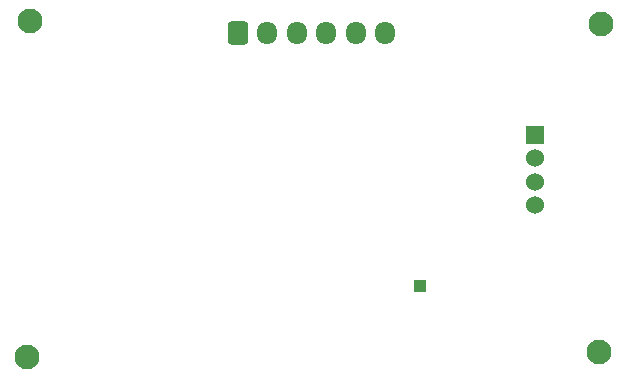
<source format=gbr>
%TF.GenerationSoftware,KiCad,Pcbnew,8.0.8*%
%TF.CreationDate,2025-06-30T12:07:11+05:30*%
%TF.ProjectId,openlog,6f70656e-6c6f-4672-9e6b-696361645f70,rev?*%
%TF.SameCoordinates,Original*%
%TF.FileFunction,Soldermask,Bot*%
%TF.FilePolarity,Negative*%
%FSLAX46Y46*%
G04 Gerber Fmt 4.6, Leading zero omitted, Abs format (unit mm)*
G04 Created by KiCad (PCBNEW 8.0.8) date 2025-06-30 12:07:11*
%MOMM*%
%LPD*%
G01*
G04 APERTURE LIST*
G04 Aperture macros list*
%AMRoundRect*
0 Rectangle with rounded corners*
0 $1 Rounding radius*
0 $2 $3 $4 $5 $6 $7 $8 $9 X,Y pos of 4 corners*
0 Add a 4 corners polygon primitive as box body*
4,1,4,$2,$3,$4,$5,$6,$7,$8,$9,$2,$3,0*
0 Add four circle primitives for the rounded corners*
1,1,$1+$1,$2,$3*
1,1,$1+$1,$4,$5*
1,1,$1+$1,$6,$7*
1,1,$1+$1,$8,$9*
0 Add four rect primitives between the rounded corners*
20,1,$1+$1,$2,$3,$4,$5,0*
20,1,$1+$1,$4,$5,$6,$7,0*
20,1,$1+$1,$6,$7,$8,$9,0*
20,1,$1+$1,$8,$9,$2,$3,0*%
G04 Aperture macros list end*
%ADD10RoundRect,0.250000X-0.600000X-0.725000X0.600000X-0.725000X0.600000X0.725000X-0.600000X0.725000X0*%
%ADD11O,1.700000X1.950000*%
%ADD12R,1.000000X1.000000*%
%ADD13C,2.100000*%
%ADD14R,1.524000X1.524000*%
%ADD15C,1.524000*%
G04 APERTURE END LIST*
D10*
%TO.C,J3*%
X116000000Y-56800000D03*
D11*
X118500000Y-56800000D03*
X121000000Y-56800000D03*
X123500000Y-56800000D03*
X126000000Y-56800000D03*
X128500000Y-56800000D03*
%TD*%
D12*
%TO.C,J1*%
X131400000Y-78200000D03*
%TD*%
D13*
%TO.C,H1*%
X98400000Y-55800000D03*
%TD*%
D14*
%TO.C,J4*%
X141200000Y-65400000D03*
D15*
X141200000Y-67400000D03*
X141200000Y-69400000D03*
X141200000Y-71400000D03*
%TD*%
D13*
%TO.C,H2*%
X146800000Y-56000000D03*
%TD*%
%TO.C,H4*%
X98200000Y-84200000D03*
%TD*%
%TO.C,H3*%
X146600000Y-83800000D03*
%TD*%
M02*

</source>
